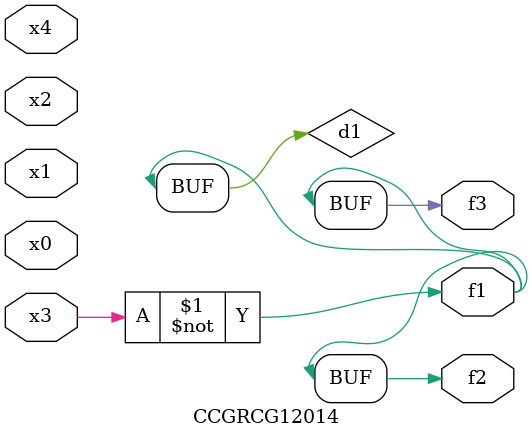
<source format=v>
module CCGRCG12014(
	input x0, x1, x2, x3, x4,
	output f1, f2, f3
);

	wire d1, d2;

	xnor (d1, x3);
	not (d2, x1);
	assign f1 = d1;
	assign f2 = d1;
	assign f3 = d1;
endmodule

</source>
